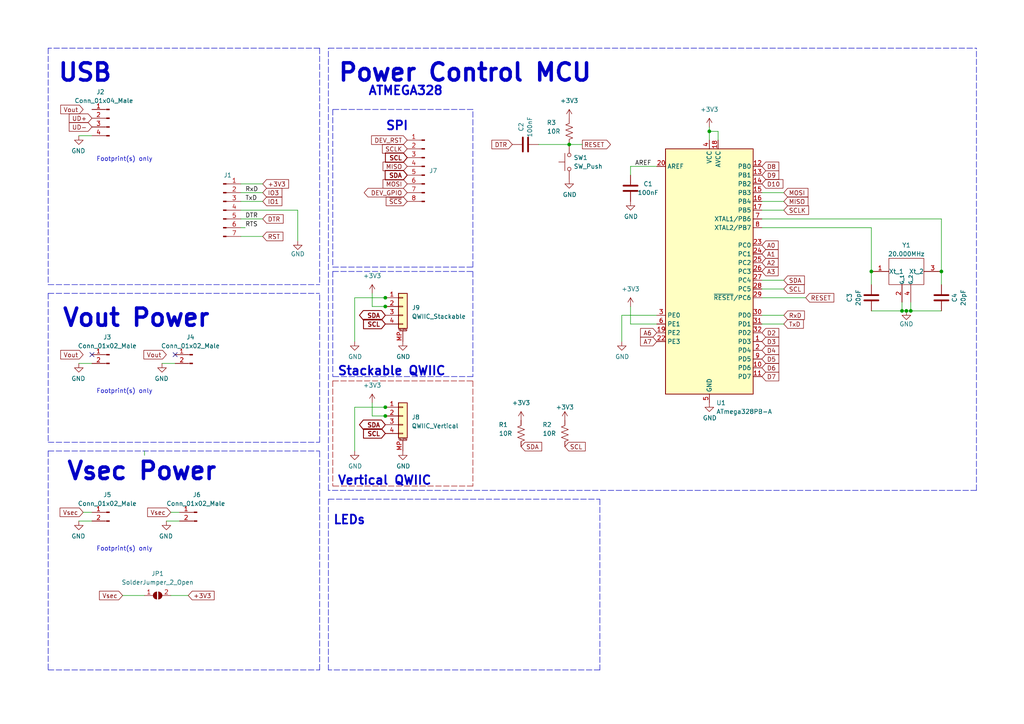
<source format=kicad_sch>
(kicad_sch (version 20211123) (generator eeschema)
  (paper "A4")
  (title_block (title "Tarduino Clone") (rev "0.0.0") (company "The Nerd Mage") (comment 2 "Massively a WIP!"))
  (lib_symbols
    (symbol "0-TINKER Customs:ABM8-26.000MHz-20-D1X-T" (pin_names (offset 0.002))
      (property "Reference" "Y2" (at 0 8.255 0))
      (property "Value" "ABM8-26.000MHz-20-D1X-T" (at 0 6.35 0))
      (symbol "ABM8-26.000MHz-20-D1X-T_0_0"
        (pin passive line (at -10.16 0 0) (length 5.08) (name "Xt_1") (number "1"))
        (pin passive line (at -1.27 -8.89 90) (length 5.08) (name "G_1") (number "2"))
        (pin passive line (at 10.16 0 180) (length 5.08) (name "Xt_2") (number "3"))
        (pin passive line (at 1.27 -8.89 90) (length 5.08) (name "G_2") (number "4"))
      )
      (symbol "ABM8-26.000MHz-20-D1X-T_0_1"
        (polyline (pts (xy -5.08 3.81) (xy 5.08 3.81) (xy 5.08 -3.81) (xy -5.08 -3.81) (xy -5.08 3.81)) (stroke (width 0.1524)))
      )
    )
    (symbol "Connector:Conn_01x02_Male" (pin_names (offset 1.016) hide)
      (property "Reference" "J" (at 0 2.54 0))
      (property "Value" "Conn_01x02_Male" (at 0 -5.08 0))
      (symbol "Conn_01x02_Male_1_1"
        (polyline (pts (xy 1.27 -2.54) (xy 0.8636 -2.54)) (stroke (width 0.1524)))
        (polyline (pts (xy 1.27 0) (xy 0.8636 0)) (stroke (width 0.1524)))
        (rectangle (start 0.8636 -2.413) (end 0 -2.667) (stroke (width 0.1524)) (fill (type outline)))
        (rectangle (start 0.8636 0.127) (end 0 -0.127) (stroke (width 0.1524)) (fill (type outline)))
        (pin passive line (at 5.08 0 180) (length 3.81) (name "Pin_1") (number "1"))
        (pin passive line (at 5.08 -2.54 180) (length 3.81) (name "Pin_2") (number "2"))
      )
    )
    (symbol "Connector:Conn_01x04_Male" (pin_names (offset 1.016) hide)
      (property "Reference" "J" (at 0 5.08 0))
      (property "Value" "Conn_01x04_Male" (at 0 -7.62 0))
      (symbol "Conn_01x04_Male_1_1"
        (polyline (pts (xy 1.27 -5.08) (xy 0.8636 -5.08)) (stroke (width 0.1524)))
        (polyline (pts (xy 1.27 -2.54) (xy 0.8636 -2.54)) (stroke (width 0.1524)))
        (polyline (pts (xy 1.27 0) (xy 0.8636 0)) (stroke (width 0.1524)))
        (polyline (pts (xy 1.27 2.54) (xy 0.8636 2.54)) (stroke (width 0.1524)))
        (rectangle (start 0.8636 -4.953) (end 0 -5.207) (stroke (width 0.1524)) (fill (type outline)))
        (rectangle (start 0.8636 -2.413) (end 0 -2.667) (stroke (width 0.1524)) (fill (type outline)))
        (rectangle (start 0.8636 0.127) (end 0 -0.127) (stroke (width 0.1524)) (fill (type outline)))
        (rectangle (start 0.8636 2.667) (end 0 2.413) (stroke (width 0.1524)) (fill (type outline)))
        (pin passive line (at 5.08 2.54 180) (length 3.81) (name "Pin_1") (number "1"))
        (pin passive line (at 5.08 0 180) (length 3.81) (name "Pin_2") (number "2"))
        (pin passive line (at 5.08 -2.54 180) (length 3.81) (name "Pin_3") (number "3"))
        (pin passive line (at 5.08 -5.08 180) (length 3.81) (name "Pin_4") (number "4"))
      )
    )
    (symbol "Connector:Conn_01x07_Male" (pin_names (offset 1.016) hide)
      (property "Reference" "J" (at 0 10.16 0))
      (property "Value" "Conn_01x07_Male" (at 0 -10.16 0))
      (symbol "Conn_01x07_Male_1_1"
        (polyline (pts (xy 1.27 -7.62) (xy 0.8636 -7.62)) (stroke (width 0.1524)))
        (polyline (pts (xy 1.27 -5.08) (xy 0.8636 -5.08)) (stroke (width 0.1524)))
        (polyline (pts (xy 1.27 -2.54) (xy 0.8636 -2.54)) (stroke (width 0.1524)))
        (polyline (pts (xy 1.27 0) (xy 0.8636 0)) (stroke (width 0.1524)))
        (polyline (pts (xy 1.27 2.54) (xy 0.8636 2.54)) (stroke (width 0.1524)))
        (polyline (pts (xy 1.27 5.08) (xy 0.8636 5.08)) (stroke (width 0.1524)))
        (polyline (pts (xy 1.27 7.62) (xy 0.8636 7.62)) (stroke (width 0.1524)))
        (rectangle (start 0.8636 -7.493) (end 0 -7.747) (stroke (width 0.1524)) (fill (type outline)))
        (rectangle (start 0.8636 -4.953) (end 0 -5.207) (stroke (width 0.1524)) (fill (type outline)))
        (rectangle (start 0.8636 -2.413) (end 0 -2.667) (stroke (width 0.1524)) (fill (type outline)))
        (rectangle (start 0.8636 0.127) (end 0 -0.127) (stroke (width 0.1524)) (fill (type outline)))
        (rectangle (start 0.8636 2.667) (end 0 2.413) (stroke (width 0.1524)) (fill (type outline)))
        (rectangle (start 0.8636 5.207) (end 0 4.953) (stroke (width 0.1524)) (fill (type outline)))
        (rectangle (start 0.8636 7.747) (end 0 7.493) (stroke (width 0.1524)) (fill (type outline)))
        (pin passive line (at 5.08 7.62 180) (length 3.81) (name "Pin_1") (number "1"))
        (pin passive line (at 5.08 5.08 180) (length 3.81) (name "Pin_2") (number "2"))
        (pin passive line (at 5.08 2.54 180) (length 3.81) (name "Pin_3") (number "3"))
        (pin passive line (at 5.08 0 180) (length 3.81) (name "Pin_4") (number "4"))
        (pin passive line (at 5.08 -2.54 180) (length 3.81) (name "Pin_5") (number "5"))
        (pin passive line (at 5.08 -5.08 180) (length 3.81) (name "Pin_6") (number "6"))
        (pin passive line (at 5.08 -7.62 180) (length 3.81) (name "Pin_7") (number "7"))
      )
    )
    (symbol "Connector:Conn_01x08_Male" (pin_names (offset 1.016) hide)
      (property "Reference" "J" (at 0 10.16 0))
      (property "Value" "Conn_01x08_Male" (at 0 -12.7 0))
      (symbol "Conn_01x08_Male_1_1"
        (polyline (pts (xy 1.27 -10.16) (xy 0.8636 -10.16)) (stroke (width 0.1524)))
        (polyline (pts (xy 1.27 -7.62) (xy 0.8636 -7.62)) (stroke (width 0.1524)))
        (polyline (pts (xy 1.27 -5.08) (xy 0.8636 -5.08)) (stroke (width 0.1524)))
        (polyline (pts (xy 1.27 -2.54) (xy 0.8636 -2.54)) (stroke (width 0.1524)))
        (polyline (pts (xy 1.27 0) (xy 0.8636 0)) (stroke (width 0.1524)))
        (polyline (pts (xy 1.27 2.54) (xy 0.8636 2.54)) (stroke (width 0.1524)))
        (polyline (pts (xy 1.27 5.08) (xy 0.8636 5.08)) (stroke (width 0.1524)))
        (polyline (pts (xy 1.27 7.62) (xy 0.8636 7.62)) (stroke (width 0.1524)))
        (rectangle (start 0.8636 -10.033) (end 0 -10.287) (stroke (width 0.1524)) (fill (type outline)))
        (rectangle (start 0.8636 -7.493) (end 0 -7.747) (stroke (width 0.1524)) (fill (type outline)))
        (rectangle (start 0.8636 -4.953) (end 0 -5.207) (stroke (width 0.1524)) (fill (type outline)))
        (rectangle (start 0.8636 -2.413) (end 0 -2.667) (stroke (width 0.1524)) (fill (type outline)))
        (rectangle (start 0.8636 0.127) (end 0 -0.127) (stroke (width 0.1524)) (fill (type outline)))
        (rectangle (start 0.8636 2.667) (end 0 2.413) (stroke (width 0.1524)) (fill (type outline)))
        (rectangle (start 0.8636 5.207) (end 0 4.953) (stroke (width 0.1524)) (fill (type outline)))
        (rectangle (start 0.8636 7.747) (end 0 7.493) (stroke (width 0.1524)) (fill (type outline)))
        (pin passive line (at 5.08 7.62 180) (length 3.81) (name "Pin_1") (number "1"))
        (pin passive line (at 5.08 5.08 180) (length 3.81) (name "Pin_2") (number "2"))
        (pin passive line (at 5.08 2.54 180) (length 3.81) (name "Pin_3") (number "3"))
        (pin passive line (at 5.08 0 180) (length 3.81) (name "Pin_4") (number "4"))
        (pin passive line (at 5.08 -2.54 180) (length 3.81) (name "Pin_5") (number "5"))
        (pin passive line (at 5.08 -5.08 180) (length 3.81) (name "Pin_6") (number "6"))
        (pin passive line (at 5.08 -7.62 180) (length 3.81) (name "Pin_7") (number "7"))
        (pin passive line (at 5.08 -10.16 180) (length 3.81) (name "Pin_8") (number "8"))
      )
    )
    (symbol "Connector_Generic_MountingPin:Conn_01x04_MountingPin" (pin_names (offset 1.016) hide)
      (property "Reference" "J" (at 0 5.08 0))
      (property "Value" "Conn_01x04_MountingPin" (at 1.27 -7.62 0))
      (symbol "Conn_01x04_MountingPin_1_1"
        (rectangle (start -1.27 -4.953) (end 0 -5.207) (stroke (width 0.1524)))
        (rectangle (start -1.27 -2.413) (end 0 -2.667) (stroke (width 0.1524)))
        (rectangle (start -1.27 0.127) (end 0 -0.127) (stroke (width 0.1524)))
        (rectangle (start -1.27 2.667) (end 0 2.413) (stroke (width 0.1524)))
        (rectangle (start -1.27 3.81) (end 1.27 -6.35) (stroke (width 0.254)) (fill (type background)))
        (polyline (pts (xy -1.016 -7.112) (xy 1.016 -7.112)) (stroke (width 0.1524)))
        (text "Mounting" (at 0 -6.731 0) (effects (font (size 0.381 0.381))))
        (pin passive line (at -5.08 2.54 0) (length 3.81) (name "Pin_1") (number "1"))
        (pin passive line (at -5.08 0 0) (length 3.81) (name "Pin_2") (number "2"))
        (pin passive line (at -5.08 -2.54 0) (length 3.81) (name "Pin_3") (number "3"))
        (pin passive line (at -5.08 -5.08 0) (length 3.81) (name "Pin_4") (number "4"))
        (pin passive line (at 0 -10.16 90) (length 3.048) (name "MountPin") (number "MP"))
      )
    )
    (symbol "Connector_QWIIC_Stackable:QWIIC_Stackable" (pin_names (offset 1.016) hide)
      (property "Reference" "J" (at 0 5.08 0))
      (property "Value" "QWIIC_Stackable" (at 1.27 -7.62 0))
      (symbol "QWIIC_Stackable_1_1"
        (rectangle (start -1.27 -4.953) (end 0 -5.207) (stroke (width 0.1524)))
        (rectangle (start -1.27 -2.413) (end 0 -2.667) (stroke (width 0.1524)))
        (rectangle (start -1.27 0.127) (end 0 -0.127) (stroke (width 0.1524)))
        (rectangle (start -1.27 2.667) (end 0 2.413) (stroke (width 0.1524)))
        (rectangle (start -1.27 3.81) (end 1.27 -6.35) (stroke (width 0.254)) (fill (type background)))
        (polyline (pts (xy -1.016 -7.112) (xy 1.016 -7.112)) (stroke (width 0.1524)))
        (text "Mounting" (at 0 -6.731 0) (effects (font (size 0.381 0.381))))
        (pin passive line (at -5.08 2.54 0) (length 3.81) (name "Pin_1") (number "1"))
        (pin passive line (at -5.08 0 0) (length 3.81) (name "Pin_2") (number "2"))
        (pin passive line (at -5.08 -2.54 0) (length 3.81) (name "Pin_3") (number "3"))
        (pin passive line (at -5.08 -5.08 0) (length 3.81) (name "Pin_4") (number "4"))
        (pin passive line (at 0 -10.16 90) (length 3.048) (name "MountPin") (number "MP"))
      )
    )
    (symbol "Device:C" (pin_numbers hide) (pin_names (offset 0.254))
      (property "Reference" "C" (at 0.635 2.54 0))
      (property "Value" "C" (at 0.635 -2.54 0))
      (symbol "C_0_1"
        (polyline (pts (xy -2.032 -0.762) (xy 2.032 -0.762)) (stroke (width 0.508)))
        (polyline (pts (xy -2.032 0.762) (xy 2.032 0.762)) (stroke (width 0.508)))
      )
      (symbol "C_1_1"
        (pin passive line (at 0 3.81 270) (length 2.794) (name "~") (number "1"))
        (pin passive line (at 0 -3.81 90) (length 2.794) (name "~") (number "2"))
      )
    )
    (symbol "Device:R_US" (pin_numbers hide) (pin_names (offset 0))
      (property "Reference" "R" (at 2.54 0 90))
      (property "Value" "R_US" (at -2.54 0 90))
      (symbol "R_US_0_1"
        (polyline (pts (xy 0 -2.286) (xy 0 -2.54)))
        (polyline (pts (xy 0 2.286) (xy 0 2.54)))
        (polyline (pts (xy 0 -0.762) (xy 1.016 -1.143) (xy 0 -1.524) (xy -1.016 -1.905) (xy 0 -2.286)))
        (polyline (pts (xy 0 0.762) (xy 1.016 0.381) (xy 0 0) (xy -1.016 -0.381) (xy 0 -0.762)))
        (polyline (pts (xy 0 2.286) (xy 1.016 1.905) (xy 0 1.524) (xy -1.016 1.143) (xy 0 0.762)))
      )
      (symbol "R_US_1_1"
        (pin passive line (at 0 3.81 270) (length 1.27) (name "~") (number "1"))
        (pin passive line (at 0 -3.81 90) (length 1.27) (name "~") (number "2"))
      )
    )
    (symbol "Jumper:SolderJumper_2_Open" (pin_names (offset 0) hide)
      (property "Reference" "JP" (at 0 2.032 0))
      (property "Value" "SolderJumper_2_Open" (at 0 -2.54 0))
      (symbol "SolderJumper_2_Open_0_1"
        (arc (start -0.254 1.016) (mid -1.27 0) (end -0.254 -1.016))
        (arc (start -0.254 1.016) (mid -1.27 0) (end -0.254 -1.016) (fill (type outline)))
        (polyline (pts (xy -0.254 1.016) (xy -0.254 -1.016)))
        (polyline (pts (xy 0.254 1.016) (xy 0.254 -1.016)))
        (arc (start 0.254 -1.016) (mid 1.27 0) (end 0.254 1.016))
        (arc (start 0.254 -1.016) (mid 1.27 0) (end 0.254 1.016) (fill (type outline)))
      )
      (symbol "SolderJumper_2_Open_1_1"
        (pin passive line (at -3.81 0 0) (length 2.54) (name "A") (number "1"))
        (pin passive line (at 3.81 0 180) (length 2.54) (name "B") (number "2"))
      )
    )
    (symbol "MCU_Microchip_ATmega:ATmega328PB-A"
      (property "Reference" "U" (at -12.7 36.83 0))
      (property "Value" "ATmega328PB-A" (at 2.54 -36.83 0))
      (symbol "ATmega328PB-A_0_1"
        (rectangle (start -12.7 -35.56) (end 12.7 35.56) (stroke (width 0.254)) (fill (type background)))
      )
      (symbol "ATmega328PB-A_1_1"
        (pin bidirectional line (at 15.24 -20.32 180) (length 2.54) (name "PD3") (number "1"))
        (pin bidirectional line (at 15.24 -27.94 180) (length 2.54) (name "PD6") (number "10"))
        (pin bidirectional line (at 15.24 -30.48 180) (length 2.54) (name "PD7") (number "11"))
        (pin bidirectional line (at 15.24 30.48 180) (length 2.54) (name "PB0") (number "12"))
        (pin bidirectional line (at 15.24 27.94 180) (length 2.54) (name "PB1") (number "13"))
        (pin bidirectional line (at 15.24 25.4 180) (length 2.54) (name "PB2") (number "14"))
        (pin bidirectional line (at 15.24 22.86 180) (length 2.54) (name "PB3") (number "15"))
        (pin bidirectional line (at 15.24 20.32 180) (length 2.54) (name "PB4") (number "16"))
        (pin bidirectional line (at 15.24 17.78 180) (length 2.54) (name "PB5") (number "17"))
        (pin power_in line (at 2.54 38.1 270) (length 2.54) (name "AVCC") (number "18"))
        (pin bidirectional line (at -15.24 -17.78 0) (length 2.54) (name "PE2") (number "19"))
        (pin bidirectional line (at 15.24 -22.86 180) (length 2.54) (name "PD4") (number "2"))
        (pin passive line (at -15.24 30.48 0) (length 2.54) (name "AREF") (number "20"))
        (pin passive line (at 0 -38.1 90) (length 2.54) hide (name "GND") (number "21"))
        (pin bidirectional line (at -15.24 -20.32 0) (length 2.54) (name "PE3") (number "22"))
        (pin bidirectional line (at 15.24 7.62 180) (length 2.54) (name "PC0") (number "23"))
        (pin bidirectional line (at 15.24 5.08 180) (length 2.54) (name "PC1") (number "24"))
        (pin bidirectional line (at 15.24 2.54 180) (length 2.54) (name "PC2") (number "25"))
        (pin bidirectional line (at 15.24 0 180) (length 2.54) (name "PC3") (number "26"))
        (pin bidirectional line (at 15.24 -2.54 180) (length 2.54) (name "PC4") (number "27"))
        (pin bidirectional line (at 15.24 -5.08 180) (length 2.54) (name "PC5") (number "28"))
        (pin bidirectional line (at 15.24 -7.62 180) (length 2.54) (name "~{RESET}/PC6") (number "29"))
        (pin bidirectional line (at -15.24 -12.7 0) (length 2.54) (name "PE0") (number "3"))
        (pin bidirectional line (at 15.24 -12.7 180) (length 2.54) (name "PD0") (number "30"))
        (pin bidirectional line (at 15.24 -15.24 180) (length 2.54) (name "PD1") (number "31"))
        (pin bidirectional line (at 15.24 -17.78 180) (length 2.54) (name "PD2") (number "32"))
        (pin power_in line (at 0 38.1 270) (length 2.54) (name "VCC") (number "4"))
        (pin power_in line (at 0 -38.1 90) (length 2.54) (name "GND") (number "5"))
        (pin bidirectional line (at -15.24 -15.24 0) (length 2.54) (name "PE1") (number "6"))
        (pin bidirectional line (at 15.24 15.24 180) (length 2.54) (name "XTAL1/PB6") (number "7"))
        (pin bidirectional line (at 15.24 12.7 180) (length 2.54) (name "XTAL2/PB7") (number "8"))
        (pin bidirectional line (at 15.24 -25.4 180) (length 2.54) (name "PD5") (number "9"))
      )
    )
    (symbol "Switch:SW_Push" (pin_numbers hide) (pin_names (offset 1.016) hide)
      (property "Reference" "SW" (at 1.27 2.54 0))
      (property "Value" "SW_Push" (at 0 -1.524 0))
      (symbol "SW_Push_0_1"
        (circle (center -2.032 0) (radius 0.508))
        (polyline (pts (xy 0 1.27) (xy 0 3.048)))
        (polyline (pts (xy 2.54 1.27) (xy -2.54 1.27)))
        (circle (center 2.032 0) (radius 0.508))
        (pin passive line (at -5.08 0 0) (length 2.54) (name "1") (number "1"))
        (pin passive line (at 5.08 0 180) (length 2.54) (name "2") (number "2"))
      )
    )
    (symbol "power:+3.3V" (power) (pin_names (offset 0))
      (property "Value" "+3.3V" (at 0 3.556 0))
      (symbol "+3.3V_0_1"
        (polyline (pts (xy -0.762 1.27) (xy 0 2.54)))
        (polyline (pts (xy 0 0) (xy 0 2.54)))
        (polyline (pts (xy 0 2.54) (xy 0.762 1.27)))
      )
      (symbol "+3.3V_1_1"
        (pin power_in line (at 0 0 90) (length 0) hide (name "+3V3") (number "1"))
      )
    )
    (symbol "power:GND" (power) (pin_names (offset 0))
      (property "Value" "GND" (at 0 -3.81 0))
      (symbol "GND_0_1"
        (polyline (pts (xy 0 0) (xy 0 -1.27) (xy 1.27 -1.27) (xy 0 -2.54) (xy -1.27 -1.27) (xy 0 -1.27)))
      )
      (symbol "GND_1_1"
        (pin power_in line (at 0 0 270) (length 0) hide (name "GND") (number "1"))
      )
    )
  )
  (junction (at 111.76 118.11))
  (junction (at 252.73 78.74))
  (junction (at 111.76 120.65))
  (junction (at 165.1 41.91))
  (junction (at 205.74 38.1))
  (junction (at 111.76 86.36))
  (junction (at 111.76 88.9))
  (junction (at 264.16 90.17))
  (junction (at 273.05 78.74))
  (junction (at 261.62 90.17))
  (junction (at 262.89 90.17))
  (no_connect (at 50.8 102.87))
  (no_connect (at 26.67 102.87))
  (wire (pts (xy 107.95 120.65) (xy 111.76 120.65)))
  (polyline (pts (xy 96.52 78.74) (xy 96.52 109.22)))
  (wire (pts (xy 273.05 78.74) (xy 273.05 82.55)))
  (wire (pts (xy 35.56 172.72) (xy 41.91 172.72)))
  (wire (pts (xy 227.33 91.44) (xy 220.98 91.44)))
  (polyline (pts (xy 95.25 144.78) (xy 173.99 144.78)))
  (polyline (pts (xy 92.71 13.97) (xy 92.71 82.55)))
  (wire (pts (xy 180.34 91.44) (xy 180.34 99.06)))
  (polyline (pts (xy 96.52 110.49) (xy 137.16 110.49)) (stroke (width 0) (color 155 0 0 1)))
  (polyline (pts (xy 92.71 13.97) (xy 13.97 13.97)))
  (polyline (pts (xy 13.97 128.27) (xy 92.71 128.27)))
  (polyline (pts (xy 95.25 144.78) (xy 95.25 194.31)))
  (wire (pts (xy 252.73 66.04) (xy 252.73 78.74)))
  (wire (pts (xy 252.73 90.17) (xy 261.62 90.17)))
  (wire (pts (xy 102.87 118.11) (xy 102.87 130.81)))
  (wire (pts (xy 69.85 53.34) (xy 76.2 53.34)))
  (polyline (pts (xy 92.71 128.27) (xy 92.71 85.09)))
  (wire (pts (xy 227.33 93.98) (xy 220.98 93.98)))
  (wire (pts (xy 227.33 55.88) (xy 220.98 55.88)))
  (wire (pts (xy 182.88 48.26) (xy 182.88 50.8)))
  (wire (pts (xy 165.1 41.91) (xy 168.91 41.91)))
  (wire (pts (xy 107.95 120.65) (xy 107.95 116.84)))
  (polyline (pts (xy 96.52 78.74) (xy 137.16 78.74)))
  (wire (pts (xy 111.76 120.65) (xy 111.7051 120.6684)))
  (polyline (pts (xy 13.97 130.81) (xy 92.71 130.81)))
  (wire (pts (xy 69.85 66.04) (xy 71.12 66.04)))
  (polyline (pts (xy 96.52 110.49) (xy 96.52 140.97)) (stroke (width 0) (color 155 0 0 1)))
  (wire (pts (xy 69.85 63.5) (xy 76.2 63.5)))
  (polyline (pts (xy 13.97 85.09) (xy 13.97 128.27)))
  (wire (pts (xy 69.85 68.58) (xy 76.2 68.58)))
  (wire (pts (xy 190.5 48.26) (xy 182.88 48.26)))
  (polyline (pts (xy 173.99 194.31) (xy 95.25 194.31)))
  (wire (pts (xy 111.76 86.36) (xy 111.7051 86.3784)))
  (wire (pts (xy 233.68 86.36) (xy 220.98 86.36)))
  (wire (pts (xy 208.28 38.1) (xy 205.74 38.1)))
  (polyline (pts (xy 13.97 194.31) (xy 92.71 194.31)))
  (wire (pts (xy 26.67 39.37) (xy 22.86 39.37)))
  (polyline (pts (xy 137.16 78.74) (xy 137.16 109.22)))
  (wire (pts (xy 69.85 58.42) (xy 76.2 58.42)))
  (polyline (pts (xy 137.16 77.47) (xy 137.16 31.75)))
  (polyline (pts (xy 13.97 82.55) (xy 92.71 82.55)))
  (wire (pts (xy 102.87 86.36) (xy 102.87 99.06)))
  (wire (pts (xy 227.33 58.42) (xy 220.98 58.42)))
  (polyline (pts (xy 95.25 142.24) (xy 95.25 13.97)))
  (polyline (pts (xy 92.71 194.31) (xy 92.71 130.81)))
  (wire (pts (xy 252.73 78.74) (xy 252.73 82.55)))
  (wire (pts (xy 156.21 41.91) (xy 165.1 41.91)))
  (polyline (pts (xy 13.97 130.81) (xy 13.97 194.31)))
  (wire (pts (xy 205.74 36.83) (xy 205.74 38.1)))
  (wire (pts (xy 220.98 81.28) (xy 227.33 81.28)))
  (wire (pts (xy 86.36 60.96) (xy 69.85 60.96)))
  (wire (pts (xy 208.28 40.64) (xy 208.28 38.1)))
  (polyline (pts (xy 95.25 13.97) (xy 283.21 13.97)))
  (polyline (pts (xy 283.21 142.24) (xy 95.25 142.24)))
  (polyline (pts (xy 13.97 13.97) (xy 13.97 82.55)))
  (wire (pts (xy 261.62 90.17) (xy 262.89 90.17)))
  (wire (pts (xy 26.67 105.41) (xy 22.86 105.41)))
  (wire (pts (xy 69.85 55.88) (xy 76.2 55.88)))
  (wire (pts (xy 264.16 87.63) (xy 264.16 90.17)))
  (wire (pts (xy 182.88 93.98) (xy 182.88 88.9)))
  (wire (pts (xy 273.05 63.5) (xy 273.05 78.74)))
  (polyline (pts (xy 137.16 110.49) (xy 137.16 140.97)) (stroke (width 0) (color 155 0 0 1)))
  (wire (pts (xy 111.76 118.11) (xy 111.7051 118.1284)))
  (wire (pts (xy 41.91 132.08) (xy 41.91 130.81)))
  (wire (pts (xy 264.16 90.17) (xy 273.05 90.17)))
  (wire (pts (xy 111.76 88.9) (xy 111.7051 88.9184)))
  (polyline (pts (xy 137.16 31.75) (xy 96.52 31.75)))
  (wire (pts (xy 111.76 86.36) (xy 102.87 86.36)))
  (wire (pts (xy 262.89 90.17) (xy 264.16 90.17)))
  (wire (pts (xy 49.53 172.72) (xy 54.61 172.72)))
  (polyline (pts (xy 96.52 31.75) (xy 96.52 77.47)))
  (wire (pts (xy 220.98 83.82) (xy 227.33 83.82)))
  (wire (pts (xy 205.74 38.1) (xy 205.74 40.64)))
  (polyline (pts (xy 137.16 109.22) (xy 96.52 109.22)))
  (wire (pts (xy 261.62 87.63) (xy 261.62 90.17)))
  (wire (pts (xy 49.53 148.59) (xy 52.07 148.59)))
  (wire (pts (xy 190.5 93.98) (xy 182.88 93.98)))
  (polyline (pts (xy 137.16 140.97) (xy 96.52 140.97)) (stroke (width 0) (color 155 0 0 1)))
  (wire (pts (xy 227.33 60.96) (xy 220.98 60.96)))
  (wire (pts (xy 220.98 63.5) (xy 273.05 63.5)))
  (wire (pts (xy 190.5 91.44) (xy 180.34 91.44)))
  (wire (pts (xy 111.76 88.9) (xy 107.95 88.9)))
  (polyline (pts (xy 96.52 77.47) (xy 137.16 77.47)))
  (wire (pts (xy 220.98 66.04) (xy 252.73 66.04)))
  (polyline (pts (xy 173.99 144.78) (xy 173.99 194.31)))
  (wire (pts (xy 52.07 151.13) (xy 48.26 151.13)))
  (wire (pts (xy 86.36 69.85) (xy 86.36 60.96)))
  (wire (pts (xy 50.8 105.41) (xy 46.99 105.41)))
  (wire (pts (xy 107.95 88.9) (xy 107.95 85.09)))
  (polyline (pts (xy 283.21 142.24) (xy 283.21 13.97)))
  (polyline (pts (xy 13.97 85.09) (xy 92.71 85.09)))
  (wire (pts (xy 24.13 148.59) (xy 26.67 148.59)))
  (wire (pts (xy 26.67 151.13) (xy 22.86 151.13)))
  (wire (pts (xy 102.87 118.11) (xy 111.76 118.11)))
  (text "Vsec Power" (at 19.05 139.7 0) (effects (font (size 5 5) (thickness 1) bold) (justify left bottom)))
  (text "Vout Power" (at 17.78 95.25 0) (effects (font (size 5 5) (thickness 1) bold) (justify left bottom)))
  (text "Footprint(s) only" (at 27.94 46.99 0) (effects (font (size 1.27 1.27)) (justify left bottom)))
  (text "Vertical QWIIC" (at 97.79 140.97 0) (effects (font (size 2.54 2.54) (thickness 0.508) bold) (justify left bottom)))
  (text "Stackable QWIIC" (at 97.79 109.22 0) (effects (font (size 2.54 2.54) (thickness 0.508) bold) (justify left bottom)))
  (text "Footprint(s) only" (at 27.94 160.02 0) (effects (font (size 1.27 1.27)) (justify left bottom)))
  (text "ATMEGA328" (at 106.68 27.94 180) (effects (font (size 2.54 2.54) (thickness 0.508) bold) (justify left bottom)))
  (text "USB" (at 16.51 24.13 0) (effects (font (size 5 5) (thickness 1) bold) (justify left bottom)))
  (text "SPI" (at 111.76 38.1 0) (effects (font (size 2.54 2.54) (thickness 0.508) bold) (justify left bottom)))
  (text "Power Control MCU" (at 97.79 24.13 0) (effects (font (size 5 5) (thickness 1) bold) (justify left bottom)))
  (text "Footprint(s) only" (at 27.94 114.3 0) (effects (font (size 1.27 1.27)) (justify left bottom)))
  (text "LEDs" (at 96.52 152.4 180) (effects (font (size 2.54 2.54) (thickness 0.508) bold) (justify left bottom)))
  (label "RTS" (at 71.12 66.04 0))
  (label "AREF" (at 184.15 48.26 0))
  (label "RxD" (at 71.12 55.88 0))
  (label "TxD" (at 71.12 58.42 0))
  (label "DTR" (at 71.12 63.5 0))
  (global_label "SDA" (shape input) (at 227.33 81.28 0) (property "Intersheet References" "${INTERSHEET_REFS}" (effects hide)))
  (global_label "RST" (shape input) (at 76.2 68.58 0) (property "Intersheet References" "${INTERSHEET_REFS}" (effects hide)))
  (global_label "SDA" (shape input) (at 118.11 50.8 180) (effects (font bold)) (property "Intersheet References" "${INTERSHEET_REFS}" (effects hide)))
  (global_label "DEV_RST" (shape input) (at 118.11 40.64 180) (property "Intersheet References" "${INTERSHEET_REFS}" (effects hide)))
  (global_label "A7" (shape input) (at 190.5 99.06 180) (property "Intersheet References" "${INTERSHEET_REFS}" (effects hide)))
  (global_label "DTR" (shape input) (at 148.59 41.91 180) (property "Intersheet References" "${INTERSHEET_REFS}" (effects hide)))
  (global_label "SCL" (shape input) (at 111.76 93.98 180) (effects (font (thickness 0.254) bold)) (property "Intersheet References" "${INTERSHEET_REFS}" (effects hide)))
  (global_label "A1" (shape input) (at 220.98 73.66 0) (property "Intersheet References" "${INTERSHEET_REFS}" (effects hide)))
  (global_label "Vout" (shape input) (at 24.13 31.75 180) (property "Intersheet References" "${INTERSHEET_REFS}" (effects hide)))
  (global_label "TxD" (shape input) (at 227.33 93.98 0) (property "Intersheet References" "${INTERSHEET_REFS}" (effects hide)))
  (global_label "MISO" (shape input) (at 227.33 58.42 0) (property "Intersheet References" "${INTERSHEET_REFS}" (effects hide)))
  (global_label "Vout" (shape input) (at 24.13 102.87 180) (property "Intersheet References" "${INTERSHEET_REFS}" (effects hide)))
  (global_label "SCLK" (shape input) (at 227.33 60.96 0) (property "Intersheet References" "${INTERSHEET_REFS}" (effects hide)))
  (global_label "SDA" (shape bidirectional) (at 111.76 91.44 180) (effects (font bold)) (property "Intersheet References" "${INTERSHEET_REFS}" (effects hide)))
  (global_label "IO3" (shape input) (at 76.2 55.88 0) (property "Intersheet References" "${INTERSHEET_REFS}" (effects hide)))
  (global_label "Vsec" (shape input) (at 24.13 148.59 180) (property "Intersheet References" "${INTERSHEET_REFS}" (effects hide)))
  (global_label "D9" (shape input) (at 220.98 50.8 0) (property "Intersheet References" "${INTERSHEET_REFS}" (effects hide)))
  (global_label "MOSI" (shape input) (at 227.33 55.88 0) (property "Intersheet References" "${INTERSHEET_REFS}" (effects hide)))
  (global_label "UD-" (shape input) (at 26.67 36.83 180) (property "Intersheet References" "${INTERSHEET_REFS}" (effects hide)))
  (global_label "Vout" (shape input) (at 48.26 102.87 180) (property "Intersheet References" "${INTERSHEET_REFS}" (effects hide)))
  (global_label "D10" (shape input) (at 220.98 53.34 0) (property "Intersheet References" "${INTERSHEET_REFS}" (effects hide)))
  (global_label "+3V3" (shape input) (at 54.61 172.72 0) (property "Intersheet References" "${INTERSHEET_REFS}" (effects hide)))
  (global_label "SCL" (shape input) (at 118.11 45.72 180) (effects (font (thickness 0.254) bold)) (property "Intersheet References" "${INTERSHEET_REFS}" (effects hide)))
  (global_label "D6" (shape input) (at 220.98 106.68 0) (property "Intersheet References" "${INTERSHEET_REFS}" (effects hide)))
  (global_label "A0" (shape input) (at 220.98 71.12 0) (property "Intersheet References" "${INTERSHEET_REFS}" (effects hide)))
  (global_label "D3" (shape input) (at 220.98 99.06 0) (property "Intersheet References" "${INTERSHEET_REFS}" (effects hide)))
  (global_label "A2" (shape input) (at 220.98 76.2 0) (property "Intersheet References" "${INTERSHEET_REFS}" (effects hide)))
  (global_label "D8" (shape input) (at 220.98 48.26 0) (property "Intersheet References" "${INTERSHEET_REFS}" (effects hide)))
  (global_label "D4" (shape input) (at 220.98 101.6 0) (property "Intersheet References" "${INTERSHEET_REFS}" (effects hide)))
  (global_label "Vsec" (shape input) (at 35.56 172.72 180) (property "Intersheet References" "${INTERSHEET_REFS}" (effects hide)))
  (global_label "SCL" (shape input) (at 163.83 129.54 0) (property "Intersheet References" "${INTERSHEET_REFS}" (effects hide)))
  (global_label "+3V3" (shape input) (at 76.2 53.34 0) (property "Intersheet References" "${INTERSHEET_REFS}" (effects hide)))
  (global_label "IO1" (shape input) (at 76.2 58.42 0) (property "Intersheet References" "${INTERSHEET_REFS}" (effects hide)))
  (global_label "D2" (shape input) (at 220.98 96.52 0) (property "Intersheet References" "${INTERSHEET_REFS}" (effects hide)))
  (global_label "A3" (shape input) (at 220.98 78.74 0) (property "Intersheet References" "${INTERSHEET_REFS}" (effects hide)))
  (global_label "D7" (shape input) (at 220.98 109.22 0) (property "Intersheet References" "${INTERSHEET_REFS}" (effects hide)))
  (global_label "RxD" (shape input) (at 227.33 91.44 0) (property "Intersheet References" "${INTERSHEET_REFS}" (effects hide)))
  (global_label "SCLK" (shape input) (at 118.11 43.18 180) (property "Intersheet References" "${INTERSHEET_REFS}" (effects hide)))
  (global_label "MOSI" (shape input) (at 118.11 53.34 180) (property "Intersheet References" "${INTERSHEET_REFS}" (effects hide)))
  (global_label "RESET" (shape output) (at 168.91 41.91 0) (property "Intersheet References" "${INTERSHEET_REFS}" (effects hide)))
  (global_label "SDA" (shape bidirectional) (at 111.76 123.19 180) (effects (font bold)) (property "Intersheet References" "${INTERSHEET_REFS}" (effects hide)))
  (global_label "DTR" (shape input) (at 76.2 63.5 0) (property "Intersheet References" "${INTERSHEET_REFS}" (effects hide)))
  (global_label "SCL" (shape input) (at 227.33 83.82 0) (property "Intersheet References" "${INTERSHEET_REFS}" (effects hide)))
  (global_label "SCL" (shape input) (at 111.76 125.73 180) (effects (font (thickness 0.254) bold)) (property "Intersheet References" "${INTERSHEET_REFS}" (effects hide)))
  (global_label "MISO" (shape input) (at 118.11 48.26 180) (property "Intersheet References" "${INTERSHEET_REFS}" (effects hide)))
  (global_label "SDA" (shape input) (at 151.13 129.54 0) (property "Intersheet References" "${INTERSHEET_REFS}" (effects hide)))
  (global_label "Vsec" (shape input) (at 49.53 148.59 180) (property "Intersheet References" "${INTERSHEET_REFS}" (effects hide)))
  (global_label "A6" (shape input) (at 190.5 96.52 180) (property "Intersheet References" "${INTERSHEET_REFS}" (effects hide)))
  (global_label "DEV_GPIO" (shape bidirectional) (at 118.11 55.88 180) (property "Intersheet References" "${INTERSHEET_REFS}" (effects hide)))
  (global_label "RESET" (shape input) (at 233.68 86.36 0) (property "Intersheet References" "${INTERSHEET_REFS}" (effects hide)))
  (global_label "D5" (shape input) (at 220.98 104.14 0) (property "Intersheet References" "${INTERSHEET_REFS}" (effects hide)))
  (global_label "~{SCS}" (shape input) (at 118.11 58.42 180) (property "Intersheet References" "${INTERSHEET_REFS}" (effects hide)))
  (global_label "UD+" (shape input) (at 26.67 34.29 180) (property "Intersheet References" "${INTERSHEET_REFS}" (effects hide)))
  (symbol (lib_id "Device:C") (at 273.05 86.36 0) (mirror x) (unit 1)
    (property "Reference" "C4" (at 276.86 86.36 90))
    (property "Value" "20pF" (at 279.4 86.36 90))
    (property "Footprint" "Capacitor_SMD:C_0603_1608Metric" (effects hide))
    (property "LCSC" "C105621" (effects hide))
  )
  (symbol (lib_id "power:GND") (at 116.84 99.06 0) (unit 1)
    (property "Reference" "#PWR0115" (effects hide))
    (property "Value" "GND" (at 116.967 103.4542 0))
  )
  (symbol (lib_id "Connector:Conn_01x07_Male") (at 64.77 60.96 0) (unit 1) (in_bom no)
    (property "Reference" "J1" (at 66.04 50.8 0))
    (property "Value" "Conn_01x07_Male" (effects hide))
    (property "Footprint" "Tinker:Board_Stacker_7" (effects hide))
    (property "Note" "Footprint only" (effects hide))
  )
  (symbol (lib_id "Connector:Conn_01x02_Male") (at 31.75 102.87 0) (mirror y) (unit 1) (in_bom no)
    (property "Reference" "J3" (at 31.115 97.79 0))
    (property "Value" "Conn_01x02_Male" (at 31.115 100.33 0))
    (property "Footprint" "Tinker:Board_Stacker_2" (effects hide))
  )
  (symbol (lib_id "Device:C") (at 252.73 86.36 180) (unit 1)
    (property "Reference" "C3" (at 246.38 86.36 90))
    (property "Value" "20pF" (at 248.92 86.36 90))
    (property "Footprint" "Capacitor_SMD:C_0603_1608Metric" (effects hide))
    (property "LCSC" "C105621" (effects hide))
  )
  (symbol (lib_id "power:GND") (at 22.86 39.37 0) (mirror y) (unit 1)
    (property "Reference" "#PWR0106" (effects hide))
    (property "Value" "GND" (at 22.733 43.7642 0))
  )
  (symbol (lib_id "Connector_Generic_MountingPin:Conn_01x04_MountingPin") (at 116.84 120.65 0) (unit 1) (in_bom no) (on_board no)
    (property "Reference" "J8" (at 119.38 121.0055 0) (effects (justify left)))
    (property "Value" "QWIIC_Vertical" (at 119.38 123.5455 0) (effects (justify left)))
    (property "Footprint" "Tinker:QWIIC_Vertical" (effects hide))
    (property "LCSC" "C145961" (effects hide))
  )
  (symbol (lib_id "power:+3.3V") (at 205.74 36.83 0) (unit 1)
    (property "Reference" "#PWR0105" (effects hide))
    (property "Value" "+3.3V" (at 205.74 31.75 0))
  )
  (symbol (lib_id "MCU_Microchip_ATmega:ATmega328PB-A") (at 205.74 78.74 0) (unit 1)
    (property "Reference" "U1" (at 207.7594 116.84 0) (effects (justify left)))
    (property "Value" "ATmega328PB-A" (at 207.7594 119.38 0) (effects (justify left)))
    (property "Footprint" "Package_QFP:TQFP-32_7x7mm_P0.8mm" (effects hide))
    (property "Datasheet" "http://ww1.microchip.com/downloads/en/DeviceDoc/40001906C.pdf" (effects hide))
  )
  (symbol (lib_id "Connector:Conn_01x08_Male") (at 123.19 48.26 0) (mirror y) (unit 1)
    (property "Reference" "J7" (at 124.46 49.5299 0) (effects (justify right)))
    (property "Value" "Conn_01x08_Male" (effects hide))
    (property "Footprint" "Tinker:PinHeader_2x04_P1.27mm_Vertical" (effects hide))
    (property "LCSC" "C2881786 + C2684732" (effects hide))
  )
  (symbol (lib_id "power:GND") (at 165.1 52.07 0) (unit 1)
    (property "Reference" "#PWR0112" (effects hide))
    (property "Value" "GND" (at 165.227 56.4642 0))
  )
  (symbol (lib_id "power:GND") (at 102.87 99.06 0) (unit 1)
    (property "Reference" "#PWR0113" (effects hide))
    (property "Value" "GND" (at 102.997 103.4542 0))
  )
  (symbol (lib_id "power:+3.3V") (at 163.83 121.92 0) (unit 1)
    (property "Reference" "#PWR0117" (effects hide))
    (property "Value" "+3.3V" (at 163.83 118.11 0))
  )
  (symbol (lib_id "power:GND") (at 22.86 105.41 0) (mirror y) (unit 1)
    (property "Reference" "#PWR0104" (effects hide))
    (property "Value" "GND" (at 22.733 109.8042 0))
  )
  (symbol (lib_id "Switch:SW_Push") (at 165.1 46.99 90) (unit 1)
    (property "Reference" "SW1" (at 166.37 45.7199 90) (effects (justify right)))
    (property "Value" "SW_Push" (at 166.37 48.2599 90) (effects (justify right)))
    (property "Footprint" "Tinker:SW_Push_TS273014TP" (effects hide))
    (property "LCSC" "C2858276" (effects hide))
  )
  (symbol (lib_id "Device:R_US") (at 163.83 125.73 0) (mirror x) (unit 1)
    (property "Reference" "R2" (at 160.02 123.19 0) (effects (justify right)))
    (property "Value" "10R" (at 161.29 125.73 0) (effects (justify right)))
    (property "Footprint" "Resistor_SMD:R_0603_1608Metric" (effects hide))
    (property "LCSC" "C103222" (effects hide))
  )
  (symbol (lib_id "power:GND") (at 262.89 90.17 0) (unit 1)
    (property "Reference" "#PWR0118" (effects hide))
    (property "Value" "GND" (at 262.89 93.98 0))
  )
  (symbol (lib_id "power:GND") (at 205.74 116.84 0) (unit 1)
    (property "Reference" "#PWR0103" (effects hide))
    (property "Value" "GND" (at 205.867 121.2342 0))
  )
  (symbol (lib_id "power:GND") (at 48.26 151.13 0) (mirror y) (unit 1)
    (property "Reference" "#PWR0101" (effects hide))
    (property "Value" "GND" (at 48.133 155.5242 0))
  )
  (symbol (lib_id "power:GND") (at 46.99 105.41 0) (mirror y) (unit 1)
    (property "Reference" "#PWR0121" (effects hide))
    (property "Value" "GND" (at 46.863 109.8042 0))
  )
  (symbol (lib_id "power:GND") (at 22.86 151.13 0) (mirror y) (unit 1)
    (property "Reference" "#PWR0120" (effects hide))
    (property "Value" "GND" (at 22.733 155.5242 0))
  )
  (symbol (lib_id "Device:C") (at 152.4 41.91 270) (mirror x) (unit 1)
    (property "Reference" "C2" (at 151.13 36.83 0))
    (property "Value" "100nF" (at 153.67 36.83 0))
    (property "Footprint" "Capacitor_SMD:C_0603_1608Metric" (effects hide))
    (property "LCSC" "C14663" (effects hide))
  )
  (symbol (lib_id "power:GND") (at 86.36 69.85 0) (unit 1)
    (property "Reference" "#PWR0102" (effects hide))
    (property "Value" "GND" (at 86.36 73.66 0))
  )
  (symbol (lib_id "Device:R_US") (at 151.13 125.73 0) (mirror x) (unit 1)
    (property "Reference" "R1" (at 147.32 123.19 0) (effects (justify right)))
    (property "Value" "10R" (at 148.59 125.73 0) (effects (justify right)))
    (property "Footprint" "Resistor_SMD:R_0603_1608Metric" (effects hide))
    (property "LCSC" "C103222" (effects hide))
  )
  (symbol (lib_id "Jumper:SolderJumper_2_Open") (at 45.72 172.72 0) (unit 1) (in_bom no)
    (property "Reference" "JP1" (at 45.72 166.37 0))
    (property "Value" "SolderJumper_2_Open" (at 45.72 168.91 0))
    (property "Footprint" "Tinker:SolderJumper-2_P_Open_Rounded_skinny" (effects hide))
  )
  (symbol (lib_id "Device:C") (at 182.88 54.61 0) (mirror x) (unit 1)
    (property "Reference" "C1" (at 187.96 53.34 0))
    (property "Value" "100nF" (at 187.96 55.88 0))
    (property "Footprint" "Capacitor_SMD:C_0603_1608Metric" (effects hide))
    (property "LCSC" "C14663" (effects hide))
  )
  (symbol (lib_id "Connector_QWIIC_Stackable:QWIIC_Stackable") (at 116.84 88.9 0) (unit 1)
    (property "Reference" "J9" (at 119.4349 89.2555 0) (effects (justify left)))
    (property "Value" "QWIIC_Stackable" (at 119.4349 91.7955 0) (effects (justify left)))
    (property "Footprint" "Tinker:QWIIC_Stack_II" (effects hide))
    (property "LCSC" "C145956, C2881513, C2938401" (effects hide))
  )
  (symbol (lib_id "power:+3.3V") (at 107.95 85.09 0) (unit 1)
    (property "Reference" "#PWR0122" (effects hide))
    (property "Value" "+3.3V" (at 107.95 80.01 0))
  )
  (symbol (lib_id "power:+3.3V") (at 151.13 121.92 0) (unit 1)
    (property "Reference" "#PWR0116" (effects hide))
    (property "Value" "+3.3V" (at 151.13 116.84 0))
  )
  (symbol (lib_id "power:GND") (at 102.87 130.81 0) (unit 1)
    (property "Reference" "#PWR0110" (effects hide))
    (property "Value" "GND" (at 102.997 135.2042 0))
  )
  (symbol (lib_id "power:GND") (at 180.34 99.06 0) (unit 1)
    (property "Reference" "#PWR0107" (effects hide))
    (property "Value" "GND" (at 180.467 103.4542 0))
  )
  (symbol (lib_id "Connector:Conn_01x02_Male") (at 57.15 148.59 0) (mirror y) (unit 1) (in_bom no)
    (property "Reference" "J6" (at 55.88 143.51 0) (effects (justify right)))
    (property "Value" "Conn_01x02_Male" (at 48.26 146.05 0) (effects (justify right)))
    (property "Footprint" "Tinker:Board_Stacker_2" (effects hide))
  )
  (symbol (lib_id "Connector:Conn_01x04_Male") (at 31.75 34.29 0) (mirror y) (unit 1) (in_bom no)
    (property "Reference" "J2" (at 27.94 26.67 0) (effects (justify right)))
    (property "Value" "Conn_01x04_Male" (at 21.59 29.21 0) (effects (justify right)))
    (property "Footprint" "Tinker:Board_Stacker_4" (effects hide))
  )
  (symbol (lib_id "power:+3.3V") (at 182.88 88.9 0) (unit 1)
    (property "Reference" "#PWR0108" (effects hide))
    (property "Value" "+3.3V" (at 182.88 83.82 0))
  )
  (symbol (lib_id "power:GND") (at 182.88 58.42 0) (unit 1)
    (property "Reference" "#PWR0111" (effects hide))
    (property "Value" "GND" (at 183.007 62.8142 0))
  )
  (symbol (lib_id "Connector:Conn_01x02_Male") (at 55.88 102.87 0) (mirror y) (unit 1) (in_bom no)
    (property "Reference" "J4" (at 55.245 97.79 0))
    (property "Value" "Conn_01x02_Male" (at 55.245 100.33 0))
    (property "Footprint" "Tinker:Board_Stacker_2" (effects hide))
  )
  (symbol (lib_id "0-TINKER Customs:ABM8-26.000MHz-20-D1X-T") (at 262.89 78.74 0) (unit 1)
    (property "Reference" "Y1" (at 262.89 71.12 0))
    (property "Value" "20.000MHz" (at 262.89 73.66 0))
    (property "Footprint" "Tinker:ABM825000MHz10B1UT" (effects hide))
    (property "Description" "CRYSTAL 20.0000MHZ 20PF SMD" (effects hide))
    (property "LCSC" "C7294562" (effects hide))
  )
  (symbol (lib_id "Device:R_US") (at 165.1 38.1 0) (mirror x) (unit 1)
    (property "Reference" "R3" (at 161.29 35.56 0) (effects (justify right)))
    (property "Value" "10R" (at 162.56 38.1 0) (effects (justify right)))
    (property "Footprint" "Resistor_SMD:R_0603_1608Metric" (effects hide))
    (property "LCSC" "C103222" (effects hide))
  )
  (symbol (lib_id "power:+3.3V") (at 107.95 116.84 0) (unit 1)
    (property "Reference" "#PWR0119" (effects hide))
    (property "Value" "+3.3V" (at 107.95 111.76 0))
  )
  (symbol (lib_id "power:GND") (at 116.84 130.81 0) (unit 1)
    (property "Reference" "#PWR0109" (effects hide))
    (property "Value" "GND" (at 116.967 135.2042 0))
  )
  (symbol (lib_id "Connector:Conn_01x02_Male") (at 31.75 148.59 0) (mirror y) (unit 1) (in_bom no)
    (property "Reference" "J5" (at 31.115 143.51 0))
    (property "Value" "Conn_01x02_Male" (at 31.115 146.05 0))
    (property "Footprint" "Tinker:Board_Stacker_2" (effects hide))
  )
  (symbol (lib_id "power:+3.3V") (at 165.1 34.29 0) (unit 1)
    (property "Reference" "#PWR0114" (effects hide))
    (property "Value" "+3.3V" (at 165.1 29.21 0))
  )
)
</source>
